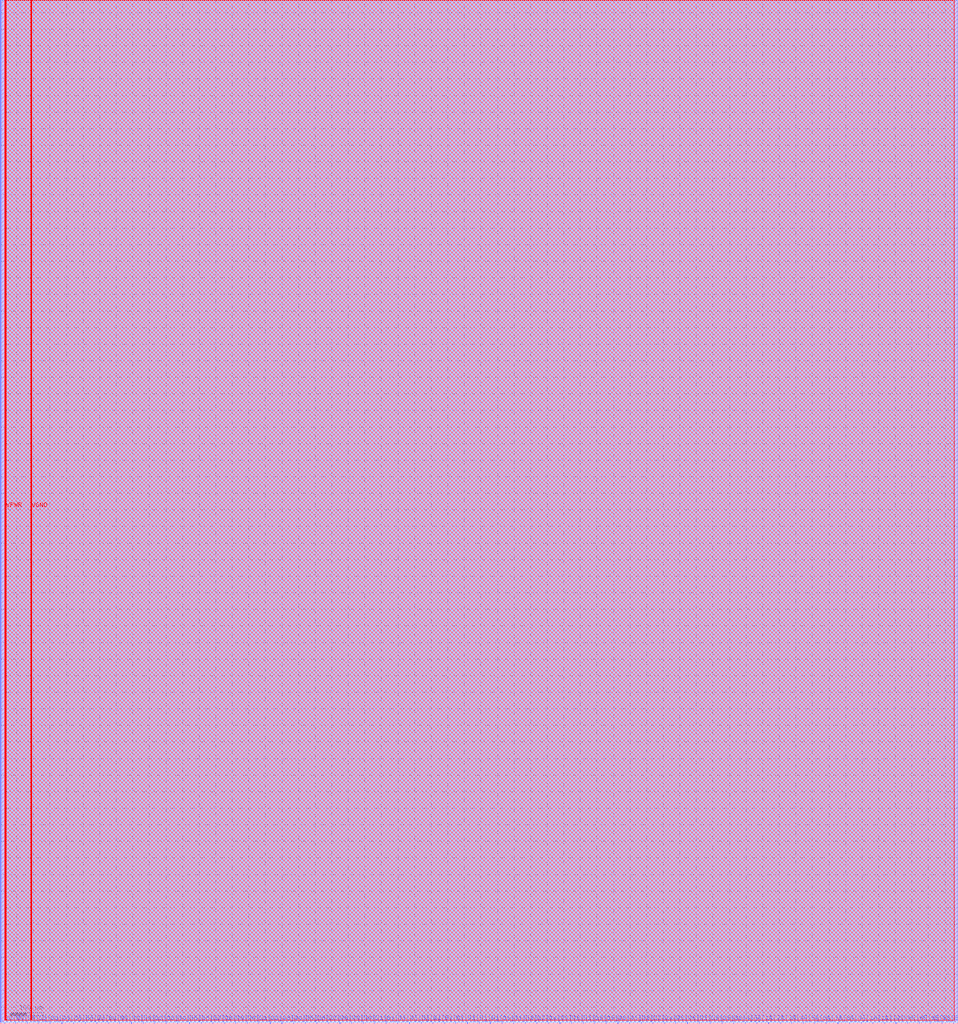
<source format=lef>
VERSION 5.7 ;
  NOWIREEXTENSIONATPIN ON ;
  DIVIDERCHAR "/" ;
  BUSBITCHARS "[]" ;
MACRO RAM_8Kx32
  CLASS BLOCK ;
  FOREIGN RAM_8Kx32 ;
  ORIGIN 0.000 0.000 ;
  SIZE 2889.825 BY 3087.440 ;
  PIN A[0]
    DIRECTION INPUT ;
    PORT
      LAYER met2 ;
        RECT 2247.380 0.000 2247.660 4.000 ;
    END
  END A[0]
  PIN A[10]
    DIRECTION INPUT ;
    PORT
      LAYER met2 ;
        RECT 2596.980 0.000 2597.260 4.000 ;
    END
  END A[10]
  PIN A[11]
    DIRECTION INPUT ;
    PORT
      LAYER met2 ;
        RECT 2631.940 0.000 2632.220 4.000 ;
    END
  END A[11]
  PIN A[12]
    DIRECTION INPUT ;
    PORT
      LAYER met2 ;
        RECT 2666.900 0.000 2667.180 4.000 ;
    END
  END A[12]
  PIN A[1]
    DIRECTION INPUT ;
    PORT
      LAYER met2 ;
        RECT 2282.340 0.000 2282.620 4.000 ;
    END
  END A[1]
  PIN A[2]
    DIRECTION INPUT ;
    PORT
      LAYER met2 ;
        RECT 2317.300 0.000 2317.580 4.000 ;
    END
  END A[2]
  PIN A[3]
    DIRECTION INPUT ;
    PORT
      LAYER met2 ;
        RECT 2352.260 0.000 2352.540 4.000 ;
    END
  END A[3]
  PIN A[4]
    DIRECTION INPUT ;
    PORT
      LAYER met2 ;
        RECT 2387.220 0.000 2387.500 4.000 ;
    END
  END A[4]
  PIN A[5]
    DIRECTION INPUT ;
    PORT
      LAYER met2 ;
        RECT 2422.180 0.000 2422.460 4.000 ;
    END
  END A[5]
  PIN A[6]
    DIRECTION INPUT ;
    PORT
      LAYER met2 ;
        RECT 2457.140 0.000 2457.420 4.000 ;
    END
  END A[6]
  PIN A[7]
    DIRECTION INPUT ;
    PORT
      LAYER met2 ;
        RECT 2492.100 0.000 2492.380 4.000 ;
    END
  END A[7]
  PIN A[8]
    DIRECTION INPUT ;
    PORT
      LAYER met2 ;
        RECT 2527.060 0.000 2527.340 4.000 ;
    END
  END A[8]
  PIN A[9]
    DIRECTION INPUT ;
    PORT
      LAYER met2 ;
        RECT 2562.020 0.000 2562.300 4.000 ;
    END
  END A[9]
  PIN CLK
    DIRECTION INPUT ;
    PORT
      LAYER met2 ;
        RECT 2701.860 0.000 2702.140 4.000 ;
    END
  END CLK
  PIN Di[0]
    DIRECTION INPUT ;
    PORT
      LAYER met2 ;
        RECT 1129.580 0.000 1129.860 4.000 ;
    END
  END Di[0]
  PIN Di[10]
    DIRECTION INPUT ;
    PORT
      LAYER met2 ;
        RECT 1478.720 0.000 1479.000 4.000 ;
    END
  END Di[10]
  PIN Di[11]
    DIRECTION INPUT ;
    PORT
      LAYER met2 ;
        RECT 1513.680 0.000 1513.960 4.000 ;
    END
  END Di[11]
  PIN Di[12]
    DIRECTION INPUT ;
    PORT
      LAYER met2 ;
        RECT 1548.640 0.000 1548.920 4.000 ;
    END
  END Di[12]
  PIN Di[13]
    DIRECTION INPUT ;
    PORT
      LAYER met2 ;
        RECT 1583.600 0.000 1583.880 4.000 ;
    END
  END Di[13]
  PIN Di[14]
    DIRECTION INPUT ;
    PORT
      LAYER met2 ;
        RECT 1618.560 0.000 1618.840 4.000 ;
    END
  END Di[14]
  PIN Di[15]
    DIRECTION INPUT ;
    PORT
      LAYER met2 ;
        RECT 1653.520 0.000 1653.800 4.000 ;
    END
  END Di[15]
  PIN Di[16]
    DIRECTION INPUT ;
    PORT
      LAYER met2 ;
        RECT 1688.480 0.000 1688.760 4.000 ;
    END
  END Di[16]
  PIN Di[17]
    DIRECTION INPUT ;
    PORT
      LAYER met2 ;
        RECT 1723.440 0.000 1723.720 4.000 ;
    END
  END Di[17]
  PIN Di[18]
    DIRECTION INPUT ;
    PORT
      LAYER met2 ;
        RECT 1758.400 0.000 1758.680 4.000 ;
    END
  END Di[18]
  PIN Di[19]
    DIRECTION INPUT ;
    PORT
      LAYER met2 ;
        RECT 1793.360 0.000 1793.640 4.000 ;
    END
  END Di[19]
  PIN Di[1]
    DIRECTION INPUT ;
    PORT
      LAYER met2 ;
        RECT 1164.540 0.000 1164.820 4.000 ;
    END
  END Di[1]
  PIN Di[20]
    DIRECTION INPUT ;
    PORT
      LAYER met2 ;
        RECT 1828.320 0.000 1828.600 4.000 ;
    END
  END Di[20]
  PIN Di[21]
    DIRECTION INPUT ;
    PORT
      LAYER met2 ;
        RECT 1863.280 0.000 1863.560 4.000 ;
    END
  END Di[21]
  PIN Di[22]
    DIRECTION INPUT ;
    PORT
      LAYER met2 ;
        RECT 1898.240 0.000 1898.520 4.000 ;
    END
  END Di[22]
  PIN Di[23]
    DIRECTION INPUT ;
    PORT
      LAYER met2 ;
        RECT 1933.200 0.000 1933.480 4.000 ;
    END
  END Di[23]
  PIN Di[24]
    DIRECTION INPUT ;
    PORT
      LAYER met2 ;
        RECT 1968.160 0.000 1968.440 4.000 ;
    END
  END Di[24]
  PIN Di[25]
    DIRECTION INPUT ;
    PORT
      LAYER met2 ;
        RECT 2003.120 0.000 2003.400 4.000 ;
    END
  END Di[25]
  PIN Di[26]
    DIRECTION INPUT ;
    PORT
      LAYER met2 ;
        RECT 2038.080 0.000 2038.360 4.000 ;
    END
  END Di[26]
  PIN Di[27]
    DIRECTION INPUT ;
    PORT
      LAYER met2 ;
        RECT 2073.040 0.000 2073.320 4.000 ;
    END
  END Di[27]
  PIN Di[28]
    DIRECTION INPUT ;
    PORT
      LAYER met2 ;
        RECT 2108.000 0.000 2108.280 4.000 ;
    END
  END Di[28]
  PIN Di[29]
    DIRECTION INPUT ;
    PORT
      LAYER met2 ;
        RECT 2142.960 0.000 2143.240 4.000 ;
    END
  END Di[29]
  PIN Di[2]
    DIRECTION INPUT ;
    PORT
      LAYER met2 ;
        RECT 1199.500 0.000 1199.780 4.000 ;
    END
  END Di[2]
  PIN Di[30]
    DIRECTION INPUT ;
    PORT
      LAYER met2 ;
        RECT 2177.920 0.000 2178.200 4.000 ;
    END
  END Di[30]
  PIN Di[31]
    DIRECTION INPUT ;
    PORT
      LAYER met2 ;
        RECT 2212.420 0.000 2212.700 4.000 ;
    END
  END Di[31]
  PIN Di[3]
    DIRECTION INPUT ;
    PORT
      LAYER met2 ;
        RECT 1234.460 0.000 1234.740 4.000 ;
    END
  END Di[3]
  PIN Di[4]
    DIRECTION INPUT ;
    PORT
      LAYER met2 ;
        RECT 1269.420 0.000 1269.700 4.000 ;
    END
  END Di[4]
  PIN Di[5]
    DIRECTION INPUT ;
    PORT
      LAYER met2 ;
        RECT 1304.380 0.000 1304.660 4.000 ;
    END
  END Di[5]
  PIN Di[6]
    DIRECTION INPUT ;
    PORT
      LAYER met2 ;
        RECT 1339.340 0.000 1339.620 4.000 ;
    END
  END Di[6]
  PIN Di[7]
    DIRECTION INPUT ;
    PORT
      LAYER met2 ;
        RECT 1374.300 0.000 1374.580 4.000 ;
    END
  END Di[7]
  PIN Di[8]
    DIRECTION INPUT ;
    PORT
      LAYER met2 ;
        RECT 1409.260 0.000 1409.540 4.000 ;
    END
  END Di[8]
  PIN Di[9]
    DIRECTION INPUT ;
    PORT
      LAYER met2 ;
        RECT 1444.220 0.000 1444.500 4.000 ;
    END
  END Di[9]
  PIN Do[0]
    DIRECTION OUTPUT TRISTATE ;
    PORT
      LAYER met2 ;
        RECT 11.780 0.000 12.060 4.000 ;
    END
  END Do[0]
  PIN Do[10]
    DIRECTION OUTPUT TRISTATE ;
    PORT
      LAYER met2 ;
        RECT 360.920 0.000 361.200 4.000 ;
    END
  END Do[10]
  PIN Do[11]
    DIRECTION OUTPUT TRISTATE ;
    PORT
      LAYER met2 ;
        RECT 395.880 0.000 396.160 4.000 ;
    END
  END Do[11]
  PIN Do[12]
    DIRECTION OUTPUT TRISTATE ;
    PORT
      LAYER met2 ;
        RECT 430.840 0.000 431.120 4.000 ;
    END
  END Do[12]
  PIN Do[13]
    DIRECTION OUTPUT TRISTATE ;
    PORT
      LAYER met2 ;
        RECT 465.800 0.000 466.080 4.000 ;
    END
  END Do[13]
  PIN Do[14]
    DIRECTION OUTPUT TRISTATE ;
    PORT
      LAYER met2 ;
        RECT 500.760 0.000 501.040 4.000 ;
    END
  END Do[14]
  PIN Do[15]
    DIRECTION OUTPUT TRISTATE ;
    PORT
      LAYER met2 ;
        RECT 535.720 0.000 536.000 4.000 ;
    END
  END Do[15]
  PIN Do[16]
    DIRECTION OUTPUT TRISTATE ;
    PORT
      LAYER met2 ;
        RECT 570.680 0.000 570.960 4.000 ;
    END
  END Do[16]
  PIN Do[17]
    DIRECTION OUTPUT TRISTATE ;
    PORT
      LAYER met2 ;
        RECT 605.640 0.000 605.920 4.000 ;
    END
  END Do[17]
  PIN Do[18]
    DIRECTION OUTPUT TRISTATE ;
    PORT
      LAYER met2 ;
        RECT 640.600 0.000 640.880 4.000 ;
    END
  END Do[18]
  PIN Do[19]
    DIRECTION OUTPUT TRISTATE ;
    PORT
      LAYER met2 ;
        RECT 675.560 0.000 675.840 4.000 ;
    END
  END Do[19]
  PIN Do[1]
    DIRECTION OUTPUT TRISTATE ;
    PORT
      LAYER met2 ;
        RECT 46.280 0.000 46.560 4.000 ;
    END
  END Do[1]
  PIN Do[20]
    DIRECTION OUTPUT TRISTATE ;
    PORT
      LAYER met2 ;
        RECT 710.520 0.000 710.800 4.000 ;
    END
  END Do[20]
  PIN Do[21]
    DIRECTION OUTPUT TRISTATE ;
    PORT
      LAYER met2 ;
        RECT 745.020 0.000 745.300 4.000 ;
    END
  END Do[21]
  PIN Do[22]
    DIRECTION OUTPUT TRISTATE ;
    PORT
      LAYER met2 ;
        RECT 779.980 0.000 780.260 4.000 ;
    END
  END Do[22]
  PIN Do[23]
    DIRECTION OUTPUT TRISTATE ;
    PORT
      LAYER met2 ;
        RECT 814.940 0.000 815.220 4.000 ;
    END
  END Do[23]
  PIN Do[24]
    DIRECTION OUTPUT TRISTATE ;
    PORT
      LAYER met2 ;
        RECT 849.900 0.000 850.180 4.000 ;
    END
  END Do[24]
  PIN Do[25]
    DIRECTION OUTPUT TRISTATE ;
    PORT
      LAYER met2 ;
        RECT 884.860 0.000 885.140 4.000 ;
    END
  END Do[25]
  PIN Do[26]
    DIRECTION OUTPUT TRISTATE ;
    PORT
      LAYER met2 ;
        RECT 919.820 0.000 920.100 4.000 ;
    END
  END Do[26]
  PIN Do[27]
    DIRECTION OUTPUT TRISTATE ;
    PORT
      LAYER met2 ;
        RECT 954.780 0.000 955.060 4.000 ;
    END
  END Do[27]
  PIN Do[28]
    DIRECTION OUTPUT TRISTATE ;
    PORT
      LAYER met2 ;
        RECT 989.740 0.000 990.020 4.000 ;
    END
  END Do[28]
  PIN Do[29]
    DIRECTION OUTPUT TRISTATE ;
    PORT
      LAYER met2 ;
        RECT 1024.700 0.000 1024.980 4.000 ;
    END
  END Do[29]
  PIN Do[2]
    DIRECTION OUTPUT TRISTATE ;
    PORT
      LAYER met2 ;
        RECT 81.240 0.000 81.520 4.000 ;
    END
  END Do[2]
  PIN Do[30]
    DIRECTION OUTPUT TRISTATE ;
    PORT
      LAYER met2 ;
        RECT 1059.660 0.000 1059.940 4.000 ;
    END
  END Do[30]
  PIN Do[31]
    DIRECTION OUTPUT TRISTATE ;
    PORT
      LAYER met2 ;
        RECT 1094.620 0.000 1094.900 4.000 ;
    END
  END Do[31]
  PIN Do[3]
    DIRECTION OUTPUT TRISTATE ;
    PORT
      LAYER met2 ;
        RECT 116.200 0.000 116.480 4.000 ;
    END
  END Do[3]
  PIN Do[4]
    DIRECTION OUTPUT TRISTATE ;
    PORT
      LAYER met2 ;
        RECT 151.160 0.000 151.440 4.000 ;
    END
  END Do[4]
  PIN Do[5]
    DIRECTION OUTPUT TRISTATE ;
    PORT
      LAYER met2 ;
        RECT 186.120 0.000 186.400 4.000 ;
    END
  END Do[5]
  PIN Do[6]
    DIRECTION OUTPUT TRISTATE ;
    PORT
      LAYER met2 ;
        RECT 221.080 0.000 221.360 4.000 ;
    END
  END Do[6]
  PIN Do[7]
    DIRECTION OUTPUT TRISTATE ;
    PORT
      LAYER met2 ;
        RECT 256.040 0.000 256.320 4.000 ;
    END
  END Do[7]
  PIN Do[8]
    DIRECTION OUTPUT TRISTATE ;
    PORT
      LAYER met2 ;
        RECT 291.000 0.000 291.280 4.000 ;
    END
  END Do[8]
  PIN Do[9]
    DIRECTION OUTPUT TRISTATE ;
    PORT
      LAYER met2 ;
        RECT 325.960 0.000 326.240 4.000 ;
    END
  END Do[9]
  PIN EN
    DIRECTION INPUT ;
    PORT
      LAYER met2 ;
        RECT 2876.660 0.000 2876.940 4.000 ;
    END
  END EN
  PIN WE[0]
    DIRECTION INPUT ;
    PORT
      LAYER met2 ;
        RECT 2736.820 0.000 2737.100 4.000 ;
    END
  END WE[0]
  PIN WE[1]
    DIRECTION INPUT ;
    PORT
      LAYER met2 ;
        RECT 2771.780 0.000 2772.060 4.000 ;
    END
  END WE[1]
  PIN WE[2]
    DIRECTION INPUT ;
    PORT
      LAYER met2 ;
        RECT 2806.740 0.000 2807.020 4.000 ;
    END
  END WE[2]
  PIN WE[3]
    DIRECTION INPUT ;
    PORT
      LAYER met2 ;
        RECT 2841.700 0.000 2841.980 4.000 ;
    END
  END WE[3]
  PIN VPWR
    DIRECTION INPUT ;
    USE POWER ;
    PORT
      LAYER met4 ;
        RECT 15.710 10.640 17.310 3087.440 ;
    END
  END VPWR
  PIN VGND
    DIRECTION INPUT ;
    USE GROUND ;
    PORT
      LAYER met4 ;
        RECT 92.510 10.640 94.110 3087.440 ;
    END
  END VGND
  OBS
      LAYER li1 ;
        RECT 0.190 10.795 2889.765 3087.285 ;
      LAYER met1 ;
        RECT 0.190 4.460 2889.825 3087.440 ;
      LAYER met2 ;
        RECT 1.210 4.280 2888.430 3087.440 ;
        RECT 1.210 4.000 11.500 4.280 ;
        RECT 12.340 4.000 46.000 4.280 ;
        RECT 46.840 4.000 80.960 4.280 ;
        RECT 81.800 4.000 115.920 4.280 ;
        RECT 116.760 4.000 150.880 4.280 ;
        RECT 151.720 4.000 185.840 4.280 ;
        RECT 186.680 4.000 220.800 4.280 ;
        RECT 221.640 4.000 255.760 4.280 ;
        RECT 256.600 4.000 290.720 4.280 ;
        RECT 291.560 4.000 325.680 4.280 ;
        RECT 326.520 4.000 360.640 4.280 ;
        RECT 361.480 4.000 395.600 4.280 ;
        RECT 396.440 4.000 430.560 4.280 ;
        RECT 431.400 4.000 465.520 4.280 ;
        RECT 466.360 4.000 500.480 4.280 ;
        RECT 501.320 4.000 535.440 4.280 ;
        RECT 536.280 4.000 570.400 4.280 ;
        RECT 571.240 4.000 605.360 4.280 ;
        RECT 606.200 4.000 640.320 4.280 ;
        RECT 641.160 4.000 675.280 4.280 ;
        RECT 676.120 4.000 710.240 4.280 ;
        RECT 711.080 4.000 744.740 4.280 ;
        RECT 745.580 4.000 779.700 4.280 ;
        RECT 780.540 4.000 814.660 4.280 ;
        RECT 815.500 4.000 849.620 4.280 ;
        RECT 850.460 4.000 884.580 4.280 ;
        RECT 885.420 4.000 919.540 4.280 ;
        RECT 920.380 4.000 954.500 4.280 ;
        RECT 955.340 4.000 989.460 4.280 ;
        RECT 990.300 4.000 1024.420 4.280 ;
        RECT 1025.260 4.000 1059.380 4.280 ;
        RECT 1060.220 4.000 1094.340 4.280 ;
        RECT 1095.180 4.000 1129.300 4.280 ;
        RECT 1130.140 4.000 1164.260 4.280 ;
        RECT 1165.100 4.000 1199.220 4.280 ;
        RECT 1200.060 4.000 1234.180 4.280 ;
        RECT 1235.020 4.000 1269.140 4.280 ;
        RECT 1269.980 4.000 1304.100 4.280 ;
        RECT 1304.940 4.000 1339.060 4.280 ;
        RECT 1339.900 4.000 1374.020 4.280 ;
        RECT 1374.860 4.000 1408.980 4.280 ;
        RECT 1409.820 4.000 1443.940 4.280 ;
        RECT 1444.780 4.000 1478.440 4.280 ;
        RECT 1479.280 4.000 1513.400 4.280 ;
        RECT 1514.240 4.000 1548.360 4.280 ;
        RECT 1549.200 4.000 1583.320 4.280 ;
        RECT 1584.160 4.000 1618.280 4.280 ;
        RECT 1619.120 4.000 1653.240 4.280 ;
        RECT 1654.080 4.000 1688.200 4.280 ;
        RECT 1689.040 4.000 1723.160 4.280 ;
        RECT 1724.000 4.000 1758.120 4.280 ;
        RECT 1758.960 4.000 1793.080 4.280 ;
        RECT 1793.920 4.000 1828.040 4.280 ;
        RECT 1828.880 4.000 1863.000 4.280 ;
        RECT 1863.840 4.000 1897.960 4.280 ;
        RECT 1898.800 4.000 1932.920 4.280 ;
        RECT 1933.760 4.000 1967.880 4.280 ;
        RECT 1968.720 4.000 2002.840 4.280 ;
        RECT 2003.680 4.000 2037.800 4.280 ;
        RECT 2038.640 4.000 2072.760 4.280 ;
        RECT 2073.600 4.000 2107.720 4.280 ;
        RECT 2108.560 4.000 2142.680 4.280 ;
        RECT 2143.520 4.000 2177.640 4.280 ;
        RECT 2178.480 4.000 2212.140 4.280 ;
        RECT 2212.980 4.000 2247.100 4.280 ;
        RECT 2247.940 4.000 2282.060 4.280 ;
        RECT 2282.900 4.000 2317.020 4.280 ;
        RECT 2317.860 4.000 2351.980 4.280 ;
        RECT 2352.820 4.000 2386.940 4.280 ;
        RECT 2387.780 4.000 2421.900 4.280 ;
        RECT 2422.740 4.000 2456.860 4.280 ;
        RECT 2457.700 4.000 2491.820 4.280 ;
        RECT 2492.660 4.000 2526.780 4.280 ;
        RECT 2527.620 4.000 2561.740 4.280 ;
        RECT 2562.580 4.000 2596.700 4.280 ;
        RECT 2597.540 4.000 2631.660 4.280 ;
        RECT 2632.500 4.000 2666.620 4.280 ;
        RECT 2667.460 4.000 2701.580 4.280 ;
        RECT 2702.420 4.000 2736.540 4.280 ;
        RECT 2737.380 4.000 2771.500 4.280 ;
        RECT 2772.340 4.000 2806.460 4.280 ;
        RECT 2807.300 4.000 2841.420 4.280 ;
        RECT 2842.260 4.000 2876.380 4.280 ;
        RECT 2877.220 4.000 2888.430 4.280 ;
      LAYER met3 ;
        RECT 2.555 4.255 2888.005 3087.365 ;
      LAYER met4 ;
        RECT 14.285 10.640 15.310 3087.440 ;
        RECT 17.710 10.640 92.110 3087.440 ;
        RECT 94.510 10.640 2877.655 3087.440 ;
  END
END RAM_8Kx32
END LIBRARY


</source>
